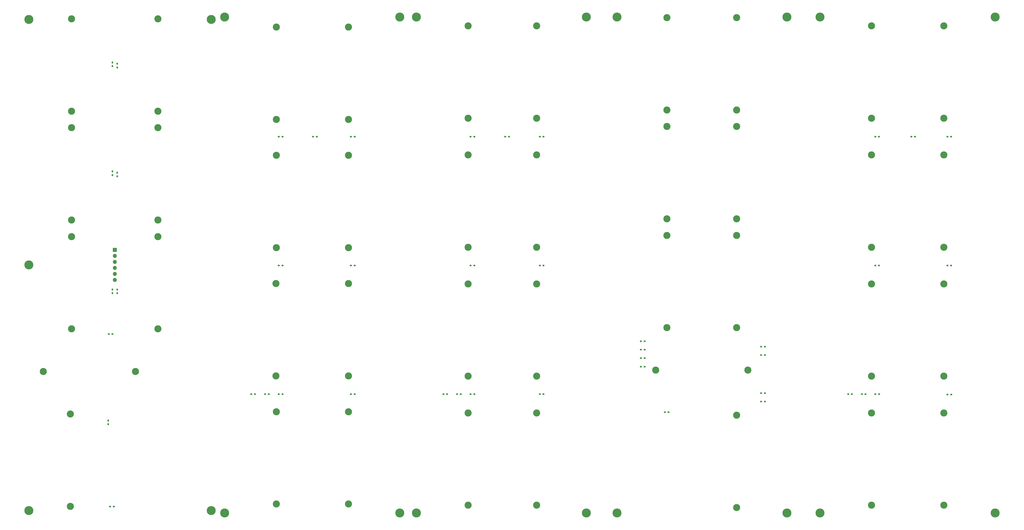
<source format=gts>
%TF.GenerationSoftware,KiCad,Pcbnew,7.0.8*%
%TF.CreationDate,2024-01-15T20:22:08-08:00*%
%TF.ProjectId,FlexDeploySidePanels,466c6578-4465-4706-9c6f-795369646550,rev?*%
%TF.SameCoordinates,Original*%
%TF.FileFunction,Soldermask,Top*%
%TF.FilePolarity,Negative*%
%FSLAX46Y46*%
G04 Gerber Fmt 4.6, Leading zero omitted, Abs format (unit mm)*
G04 Created by KiCad (PCBNEW 7.0.8) date 2024-01-15 20:22:08*
%MOMM*%
%LPD*%
G01*
G04 APERTURE LIST*
G04 Aperture macros list*
%AMRoundRect*
0 Rectangle with rounded corners*
0 $1 Rounding radius*
0 $2 $3 $4 $5 $6 $7 $8 $9 X,Y pos of 4 corners*
0 Add a 4 corners polygon primitive as box body*
4,1,4,$2,$3,$4,$5,$6,$7,$8,$9,$2,$3,0*
0 Add four circle primitives for the rounded corners*
1,1,$1+$1,$2,$3*
1,1,$1+$1,$4,$5*
1,1,$1+$1,$6,$7*
1,1,$1+$1,$8,$9*
0 Add four rect primitives between the rounded corners*
20,1,$1+$1,$2,$3,$4,$5,0*
20,1,$1+$1,$4,$5,$6,$7,0*
20,1,$1+$1,$6,$7,$8,$9,0*
20,1,$1+$1,$8,$9,$2,$3,0*%
G04 Aperture macros list end*
%ADD10RoundRect,0.102000X0.280000X0.200000X-0.280000X0.200000X-0.280000X-0.200000X0.280000X-0.200000X0*%
%ADD11RoundRect,0.102000X-0.280000X-0.200000X0.280000X-0.200000X0.280000X0.200000X-0.280000X0.200000X0*%
%ADD12C,3.000000*%
%ADD13R,1.700000X1.700000*%
%ADD14O,1.700000X1.700000*%
%ADD15C,2.600000*%
%ADD16C,3.800000*%
%ADD17RoundRect,0.102000X0.200000X-0.280000X0.200000X0.280000X-0.200000X0.280000X-0.200000X-0.280000X0*%
%ADD18RoundRect,0.102000X-0.200000X0.280000X-0.200000X-0.280000X0.200000X-0.280000X0.200000X0.280000X0*%
G04 APERTURE END LIST*
D10*
%TO.C,D15*%
X401845000Y-261122856D03*
X403415000Y-261122856D03*
%TD*%
D11*
%TO.C,D7*%
X451655000Y-261620000D03*
X450085000Y-261620000D03*
%TD*%
D12*
%TO.C,SC1*%
X479000000Y-308500000D03*
X479000000Y-269500000D03*
%TD*%
%TO.C,SC21*%
X307000000Y-145000000D03*
X307000000Y-106000000D03*
%TD*%
%TO.C,SC38*%
X147000000Y-142000000D03*
X147000000Y-103000000D03*
%TD*%
D10*
%TO.C,D10*%
X351025000Y-242818572D03*
X352595000Y-242818572D03*
%TD*%
D13*
%TO.C,J1*%
X128750000Y-200660000D03*
D14*
X128750000Y-203200000D03*
X128750000Y-205740000D03*
X128750000Y-208280000D03*
X128750000Y-210820000D03*
X128750000Y-213360000D03*
%TD*%
D12*
%TO.C,SC18*%
X278000000Y-215000000D03*
X278000000Y-254000000D03*
%TD*%
D11*
%TO.C,D45*%
X440205000Y-261620000D03*
X438635000Y-261620000D03*
%TD*%
D10*
%TO.C,D9*%
X351025000Y-239257144D03*
X352595000Y-239257144D03*
%TD*%
D12*
%TO.C,SC13*%
X391500000Y-141500000D03*
X391500000Y-102500000D03*
%TD*%
D15*
%TO.C,H18*%
X169450000Y-103250000D03*
D16*
X169450000Y-103250000D03*
%TD*%
D12*
%TO.C,SC17*%
X278000000Y-269500000D03*
X278000000Y-308500000D03*
%TD*%
D17*
%TO.C,D35*%
X127762000Y-217378000D03*
X127762000Y-218948000D03*
%TD*%
%TO.C,D37*%
X127762000Y-121435000D03*
X127762000Y-123005000D03*
%TD*%
D12*
%TO.C,SC11*%
X362000000Y-148500000D03*
X362000000Y-187500000D03*
%TD*%
%TO.C,SC25*%
X197000000Y-269000000D03*
X197000000Y-308000000D03*
%TD*%
D10*
%TO.C,D13*%
X401845000Y-241548572D03*
X403415000Y-241548572D03*
%TD*%
D15*
%TO.C,H21*%
X92450000Y-310750000D03*
D16*
X92450000Y-310750000D03*
%TD*%
D12*
%TO.C,SC34*%
X98500000Y-252000000D03*
X137500000Y-252000000D03*
%TD*%
D15*
%TO.C,H8*%
X340900000Y-311750000D03*
D16*
X340900000Y-311750000D03*
%TD*%
D12*
%TO.C,SC20*%
X278000000Y-106000000D03*
X278000000Y-145000000D03*
%TD*%
%TO.C,SC6*%
X448500000Y-160500000D03*
X448500000Y-199500000D03*
%TD*%
D11*
%TO.C,D43*%
X362735000Y-269240000D03*
X361165000Y-269240000D03*
%TD*%
D12*
%TO.C,SC10*%
X362000000Y-194500000D03*
X362000000Y-233500000D03*
%TD*%
D11*
%TO.C,D41*%
X187960000Y-261620000D03*
X186390000Y-261620000D03*
%TD*%
%TO.C,D24*%
X309880000Y-261620000D03*
X308310000Y-261620000D03*
%TD*%
D17*
%TO.C,D36*%
X127762000Y-167435000D03*
X127762000Y-169005000D03*
%TD*%
D15*
%TO.C,H1*%
X500700000Y-311750000D03*
D16*
X500700000Y-311750000D03*
%TD*%
D12*
%TO.C,SC30*%
X227500000Y-199666666D03*
X227500000Y-160666666D03*
%TD*%
D10*
%TO.C,D11*%
X351025000Y-246380000D03*
X352595000Y-246380000D03*
%TD*%
D15*
%TO.C,H9*%
X328000000Y-311750000D03*
D16*
X328000000Y-311750000D03*
%TD*%
D15*
%TO.C,H5*%
X412700000Y-311750000D03*
D16*
X412700000Y-311750000D03*
%TD*%
D15*
%TO.C,H7*%
X340900000Y-102250000D03*
D16*
X340900000Y-102250000D03*
%TD*%
D11*
%TO.C,D27*%
X199621000Y-207250000D03*
X198051000Y-207250000D03*
%TD*%
%TO.C,D28*%
X199621000Y-152750000D03*
X198051000Y-152750000D03*
%TD*%
D12*
%TO.C,SC16*%
X391500000Y-309510000D03*
X391500000Y-270510000D03*
%TD*%
D15*
%TO.C,H16*%
X175200000Y-311750000D03*
D16*
X175200000Y-311750000D03*
%TD*%
D12*
%TO.C,SC9*%
X396250000Y-251460000D03*
X357250000Y-251460000D03*
%TD*%
D15*
%TO.C,H14*%
X249200000Y-102250000D03*
D16*
X249200000Y-102250000D03*
%TD*%
D10*
%TO.C,D12*%
X351025000Y-249941428D03*
X352595000Y-249941428D03*
%TD*%
D11*
%TO.C,D5*%
X451635000Y-152750000D03*
X450065000Y-152750000D03*
%TD*%
D18*
%TO.C,D40*%
X129772000Y-218948000D03*
X129772000Y-217378000D03*
%TD*%
D11*
%TO.C,D26*%
X199621000Y-261620000D03*
X198051000Y-261620000D03*
%TD*%
D12*
%TO.C,SC26*%
X196850000Y-214833332D03*
X196850000Y-253833332D03*
%TD*%
D15*
%TO.C,H6*%
X412700000Y-102250000D03*
D16*
X412700000Y-102250000D03*
%TD*%
D11*
%TO.C,D44*%
X269171000Y-261620000D03*
X267601000Y-261620000D03*
%TD*%
D15*
%TO.C,H13*%
X249200000Y-311750000D03*
D16*
X249200000Y-311750000D03*
%TD*%
D15*
%TO.C,H19*%
X92456000Y-103251000D03*
D16*
X92456000Y-103251000D03*
%TD*%
D11*
%TO.C,D21*%
X295263500Y-152750000D03*
X293693500Y-152750000D03*
%TD*%
D12*
%TO.C,SC7*%
X448500000Y-215000000D03*
X448500000Y-254000000D03*
%TD*%
D11*
%TO.C,D19*%
X280647000Y-207250000D03*
X279077000Y-207250000D03*
%TD*%
D12*
%TO.C,SC14*%
X391500000Y-187500000D03*
X391500000Y-148500000D03*
%TD*%
D17*
%TO.C,D33*%
X125984000Y-272750000D03*
X125984000Y-274320000D03*
%TD*%
D15*
%TO.C,H4*%
X426720000Y-311750000D03*
D16*
X426720000Y-311750000D03*
%TD*%
D12*
%TO.C,SC37*%
X110500000Y-103000000D03*
X110500000Y-142000000D03*
%TD*%
%TO.C,SC39*%
X147000000Y-188000000D03*
X147000000Y-149000000D03*
%TD*%
D11*
%TO.C,D32*%
X230101000Y-261620000D03*
X228531000Y-261620000D03*
%TD*%
D12*
%TO.C,SC35*%
X110500000Y-195000000D03*
X110500000Y-234000000D03*
%TD*%
%TO.C,SC15*%
X391500000Y-233500000D03*
X391500000Y-194500000D03*
%TD*%
%TO.C,SC28*%
X197000000Y-106500000D03*
X197000000Y-145500000D03*
%TD*%
D18*
%TO.C,D38*%
X129772000Y-123565000D03*
X129772000Y-121995000D03*
%TD*%
D12*
%TO.C,SC3*%
X479000000Y-199500000D03*
X479000000Y-160500000D03*
%TD*%
%TO.C,SC32*%
X227500000Y-308000000D03*
X227500000Y-269000000D03*
%TD*%
D15*
%TO.C,H15*%
X175200000Y-102250000D03*
D16*
X175200000Y-102250000D03*
%TD*%
D11*
%TO.C,D3*%
X482115000Y-152750000D03*
X480545000Y-152750000D03*
%TD*%
D12*
%TO.C,SC31*%
X227500000Y-253833332D03*
X227500000Y-214833332D03*
%TD*%
%TO.C,SC5*%
X448500000Y-106000000D03*
X448500000Y-145000000D03*
%TD*%
D11*
%TO.C,D23*%
X309880000Y-207250000D03*
X308310000Y-207250000D03*
%TD*%
%TO.C,D1*%
X482135000Y-261750000D03*
X480565000Y-261750000D03*
%TD*%
D15*
%TO.C,H12*%
X256200000Y-311750000D03*
D16*
X256200000Y-311750000D03*
%TD*%
D12*
%TO.C,SC19*%
X278000000Y-160500000D03*
X278000000Y-199500000D03*
%TD*%
D11*
%TO.C,D29*%
X214076000Y-152750000D03*
X212506000Y-152750000D03*
%TD*%
D12*
%TO.C,SC22*%
X307000000Y-199500000D03*
X307000000Y-160500000D03*
%TD*%
D15*
%TO.C,H17*%
X169450000Y-310769000D03*
D16*
X169450000Y-310769000D03*
%TD*%
D12*
%TO.C,SC12*%
X362000000Y-102500000D03*
X362000000Y-141500000D03*
%TD*%
D15*
%TO.C,H3*%
X426700000Y-102250000D03*
D16*
X426700000Y-102250000D03*
%TD*%
D12*
%TO.C,SC8*%
X448500000Y-269500000D03*
X448500000Y-308500000D03*
%TD*%
D10*
%TO.C,D42*%
X126746000Y-309118000D03*
X128316000Y-309118000D03*
%TD*%
D11*
%TO.C,D30*%
X230101000Y-152750000D03*
X228531000Y-152750000D03*
%TD*%
%TO.C,D2*%
X482095000Y-207250000D03*
X480525000Y-207250000D03*
%TD*%
%TO.C,D25*%
X193790500Y-261620000D03*
X192220500Y-261620000D03*
%TD*%
D15*
%TO.C,H2*%
X500700000Y-102250000D03*
D16*
X500700000Y-102250000D03*
%TD*%
D12*
%TO.C,SC33*%
X110000000Y-270000000D03*
X110000000Y-309000000D03*
%TD*%
D11*
%TO.C,D20*%
X280647000Y-152750000D03*
X279077000Y-152750000D03*
%TD*%
D12*
%TO.C,SC24*%
X307000000Y-308500000D03*
X307000000Y-269500000D03*
%TD*%
%TO.C,SC4*%
X479000000Y-145000000D03*
X479000000Y-106000000D03*
%TD*%
%TO.C,SC36*%
X110500000Y-149000000D03*
X110500000Y-188000000D03*
%TD*%
D15*
%TO.C,H11*%
X256200000Y-102250000D03*
D16*
X256200000Y-102250000D03*
%TD*%
D15*
%TO.C,H10*%
X328000000Y-102250000D03*
D16*
X328000000Y-102250000D03*
%TD*%
D12*
%TO.C,SC23*%
X307000000Y-254000000D03*
X307000000Y-215000000D03*
%TD*%
%TO.C,SC2*%
X479000000Y-254000000D03*
X479000000Y-215000000D03*
%TD*%
D11*
%TO.C,D17*%
X274909000Y-261620000D03*
X273339000Y-261620000D03*
%TD*%
%TO.C,D16*%
X403395000Y-264684288D03*
X401825000Y-264684288D03*
%TD*%
%TO.C,D6*%
X451635000Y-207250000D03*
X450065000Y-207250000D03*
%TD*%
D10*
%TO.C,D14*%
X401845000Y-245110000D03*
X403415000Y-245110000D03*
%TD*%
D12*
%TO.C,SC40*%
X147000000Y-234000000D03*
X147000000Y-195000000D03*
%TD*%
D11*
%TO.C,D4*%
X466875000Y-152750000D03*
X465305000Y-152750000D03*
%TD*%
D10*
%TO.C,D34*%
X126192000Y-236220000D03*
X127762000Y-236220000D03*
%TD*%
D11*
%TO.C,D18*%
X280647000Y-261620000D03*
X279077000Y-261620000D03*
%TD*%
%TO.C,D31*%
X230101000Y-207250000D03*
X228531000Y-207250000D03*
%TD*%
D12*
%TO.C,SC27*%
X197000000Y-160666666D03*
X197000000Y-199666666D03*
%TD*%
D15*
%TO.C,H20*%
X92450000Y-207000000D03*
D16*
X92450000Y-207000000D03*
%TD*%
D18*
%TO.C,D39*%
X129772000Y-169565000D03*
X129772000Y-167995000D03*
%TD*%
D11*
%TO.C,D22*%
X309880000Y-152750000D03*
X308310000Y-152750000D03*
%TD*%
D12*
%TO.C,SC29*%
X227500000Y-145500000D03*
X227500000Y-106500000D03*
%TD*%
D11*
%TO.C,D8*%
X445930000Y-261620000D03*
X444360000Y-261620000D03*
%TD*%
M02*

</source>
